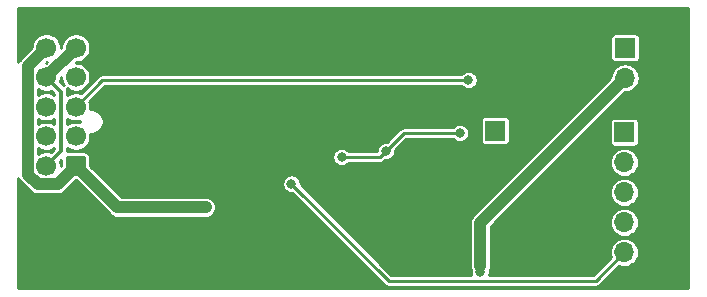
<source format=gbr>
G04 #@! TF.GenerationSoftware,KiCad,Pcbnew,5.1.0-unknown-e90452d~82~ubuntu18.04.1*
G04 #@! TF.CreationDate,2019-04-11T15:55:37-06:00*
G04 #@! TF.ProjectId,batteryMonitor,62617474-6572-4794-9d6f-6e69746f722e,rev?*
G04 #@! TF.SameCoordinates,Original*
G04 #@! TF.FileFunction,Copper,L2,Bot*
G04 #@! TF.FilePolarity,Positive*
%FSLAX46Y46*%
G04 Gerber Fmt 4.6, Leading zero omitted, Abs format (unit mm)*
G04 Created by KiCad (PCBNEW 5.1.0-unknown-e90452d~82~ubuntu18.04.1) date 2019-04-11 15:55:37*
%MOMM*%
%LPD*%
G04 APERTURE LIST*
%ADD10R,1.700000X1.700000*%
%ADD11O,1.700000X1.700000*%
%ADD12C,0.100000*%
%ADD13C,1.700000*%
%ADD14C,0.800000*%
%ADD15C,1.000000*%
%ADD16C,0.250000*%
%ADD17C,0.350000*%
%ADD18C,0.254000*%
G04 APERTURE END LIST*
D10*
X131000000Y-81000000D03*
X142000000Y-74000000D03*
D11*
X142000000Y-76540000D03*
D10*
X141931080Y-81141880D03*
D11*
X141931080Y-83681880D03*
X141931080Y-86221880D03*
X141931080Y-88761880D03*
X141931080Y-91301880D03*
D12*
G36*
X96126424Y-83137004D02*
G01*
X96150693Y-83140604D01*
X96174491Y-83146565D01*
X96197591Y-83154830D01*
X96219769Y-83165320D01*
X96240813Y-83177933D01*
X96260518Y-83192547D01*
X96278697Y-83209023D01*
X96295173Y-83227202D01*
X96309787Y-83246907D01*
X96322400Y-83267951D01*
X96332890Y-83290129D01*
X96341155Y-83313229D01*
X96347116Y-83337027D01*
X96350716Y-83361296D01*
X96351920Y-83385800D01*
X96351920Y-84585800D01*
X96350716Y-84610304D01*
X96347116Y-84634573D01*
X96341155Y-84658371D01*
X96332890Y-84681471D01*
X96322400Y-84703649D01*
X96309787Y-84724693D01*
X96295173Y-84744398D01*
X96278697Y-84762577D01*
X96260518Y-84779053D01*
X96240813Y-84793667D01*
X96219769Y-84806280D01*
X96197591Y-84816770D01*
X96174491Y-84825035D01*
X96150693Y-84830996D01*
X96126424Y-84834596D01*
X96101920Y-84835800D01*
X94901920Y-84835800D01*
X94877416Y-84834596D01*
X94853147Y-84830996D01*
X94829349Y-84825035D01*
X94806249Y-84816770D01*
X94784071Y-84806280D01*
X94763027Y-84793667D01*
X94743322Y-84779053D01*
X94725143Y-84762577D01*
X94708667Y-84744398D01*
X94694053Y-84724693D01*
X94681440Y-84703649D01*
X94670950Y-84681471D01*
X94662685Y-84658371D01*
X94656724Y-84634573D01*
X94653124Y-84610304D01*
X94651920Y-84585800D01*
X94651920Y-83385800D01*
X94653124Y-83361296D01*
X94656724Y-83337027D01*
X94662685Y-83313229D01*
X94670950Y-83290129D01*
X94681440Y-83267951D01*
X94694053Y-83246907D01*
X94708667Y-83227202D01*
X94725143Y-83209023D01*
X94743322Y-83192547D01*
X94763027Y-83177933D01*
X94784071Y-83165320D01*
X94806249Y-83154830D01*
X94829349Y-83146565D01*
X94853147Y-83140604D01*
X94877416Y-83137004D01*
X94901920Y-83135800D01*
X96101920Y-83135800D01*
X96126424Y-83137004D01*
X96126424Y-83137004D01*
G37*
D13*
X95501920Y-83985800D03*
X95501920Y-81485800D03*
X95501920Y-78985800D03*
X95501920Y-76485800D03*
X95501920Y-73985800D03*
X93001920Y-83985800D03*
X93001920Y-81485800D03*
X93001920Y-78985800D03*
X93001920Y-76485800D03*
X93001920Y-73985800D03*
D14*
X106500000Y-87500000D03*
X103000000Y-87500000D03*
X118000000Y-83250000D03*
X121750000Y-82750000D03*
X128000000Y-81224961D03*
X113750000Y-85500000D03*
X129750000Y-93000000D03*
X128737347Y-76737347D03*
D15*
X106500000Y-87500000D02*
X103000000Y-87500000D01*
X99016120Y-87500000D02*
X95501920Y-83985800D01*
X103000000Y-87500000D02*
X99016120Y-87500000D01*
X92257919Y-85535801D02*
X93951919Y-85535801D01*
X91451919Y-84729801D02*
X92257919Y-85535801D01*
X91451919Y-75535801D02*
X91451919Y-84729801D01*
X93951919Y-85535801D02*
X95501920Y-83985800D01*
X93001920Y-73985800D02*
X91451919Y-75535801D01*
D16*
X121250000Y-83250000D02*
X121750000Y-82750000D01*
X118000000Y-83250000D02*
X121250000Y-83250000D01*
X123275039Y-81224961D02*
X121750000Y-82750000D01*
X128000000Y-81224961D02*
X123275039Y-81224961D01*
X113750000Y-85500000D02*
X121975001Y-93725001D01*
X139507959Y-93725001D02*
X141931080Y-91301880D01*
X121975001Y-93725001D02*
X139507959Y-93725001D01*
D15*
X129750000Y-88790000D02*
X142000000Y-76540000D01*
X129750000Y-92500000D02*
X129750000Y-88790000D01*
D16*
X129750000Y-93000000D02*
X129750000Y-92500000D01*
D15*
X95501920Y-73985800D02*
X93001920Y-76485800D01*
D17*
X93851919Y-83135801D02*
X93001920Y-83985800D01*
X94226921Y-77710801D02*
X94226921Y-82760799D01*
X94226921Y-82760799D02*
X93851919Y-83135801D01*
X93001920Y-76485800D02*
X94226921Y-77710801D01*
D16*
X97750373Y-76737347D02*
X95501920Y-78985800D01*
X128737347Y-76737347D02*
X97750373Y-76737347D01*
D18*
G36*
X147369001Y-94369000D02*
G01*
X90631000Y-94369000D01*
X90631000Y-85058540D01*
X90634044Y-85068575D01*
X90715851Y-85221626D01*
X90757349Y-85272191D01*
X90825945Y-85355776D01*
X90859559Y-85383362D01*
X91604358Y-86128161D01*
X91631944Y-86161776D01*
X91697941Y-86215938D01*
X91766093Y-86271869D01*
X91819405Y-86300364D01*
X91919144Y-86353676D01*
X92085213Y-86404053D01*
X92214646Y-86416801D01*
X92214648Y-86416801D01*
X92257918Y-86421063D01*
X92301188Y-86416801D01*
X93908649Y-86416801D01*
X93951919Y-86421063D01*
X93995189Y-86416801D01*
X93995192Y-86416801D01*
X94124625Y-86404053D01*
X94290694Y-86353676D01*
X94443744Y-86271869D01*
X94577894Y-86161776D01*
X94605485Y-86128156D01*
X95501920Y-85231721D01*
X98362559Y-88092361D01*
X98390145Y-88125975D01*
X98423757Y-88153559D01*
X98524294Y-88236068D01*
X98552206Y-88250987D01*
X98677345Y-88317875D01*
X98843414Y-88368252D01*
X98972847Y-88381000D01*
X98972849Y-88381000D01*
X99016119Y-88385262D01*
X99059389Y-88381000D01*
X106543273Y-88381000D01*
X106672706Y-88368252D01*
X106838775Y-88317875D01*
X106991825Y-88236068D01*
X107125975Y-88125975D01*
X107236068Y-87991825D01*
X107317875Y-87838775D01*
X107368252Y-87672706D01*
X107385262Y-87500000D01*
X107368252Y-87327294D01*
X107317875Y-87161225D01*
X107236068Y-87008175D01*
X107125975Y-86874025D01*
X106991825Y-86763932D01*
X106838775Y-86682125D01*
X106672706Y-86631748D01*
X106543273Y-86619000D01*
X99381042Y-86619000D01*
X98185120Y-85423078D01*
X112969000Y-85423078D01*
X112969000Y-85576922D01*
X112999013Y-85727809D01*
X113057887Y-85869942D01*
X113143358Y-85997859D01*
X113252141Y-86106642D01*
X113380058Y-86192113D01*
X113522191Y-86250987D01*
X113673078Y-86281000D01*
X113815409Y-86281000D01*
X121599629Y-94065221D01*
X121615474Y-94084528D01*
X121692522Y-94147760D01*
X121780426Y-94194746D01*
X121875808Y-94223679D01*
X121950147Y-94231001D01*
X121950155Y-94231001D01*
X121975001Y-94233448D01*
X121999847Y-94231001D01*
X139483113Y-94231001D01*
X139507959Y-94233448D01*
X139532805Y-94231001D01*
X139532813Y-94231001D01*
X139607152Y-94223679D01*
X139702534Y-94194746D01*
X139790438Y-94147760D01*
X139867486Y-94084528D01*
X139883335Y-94065216D01*
X141493131Y-92455421D01*
X141689762Y-92515068D01*
X141870608Y-92532880D01*
X141991552Y-92532880D01*
X142172398Y-92515068D01*
X142404443Y-92444678D01*
X142618296Y-92330371D01*
X142805740Y-92176540D01*
X142959571Y-91989096D01*
X143073878Y-91775243D01*
X143144268Y-91543198D01*
X143168036Y-91301880D01*
X143144268Y-91060562D01*
X143073878Y-90828517D01*
X142959571Y-90614664D01*
X142805740Y-90427220D01*
X142618296Y-90273389D01*
X142404443Y-90159082D01*
X142172398Y-90088692D01*
X141991552Y-90070880D01*
X141870608Y-90070880D01*
X141689762Y-90088692D01*
X141457717Y-90159082D01*
X141243864Y-90273389D01*
X141056420Y-90427220D01*
X140902589Y-90614664D01*
X140788282Y-90828517D01*
X140717892Y-91060562D01*
X140694124Y-91301880D01*
X140717892Y-91543198D01*
X140777539Y-91739829D01*
X139298368Y-93219001D01*
X130502739Y-93219001D01*
X130531000Y-93076922D01*
X130531000Y-92923078D01*
X130528780Y-92911917D01*
X130567875Y-92838775D01*
X130618252Y-92672706D01*
X130631000Y-92543273D01*
X130631000Y-89154921D01*
X131024041Y-88761880D01*
X140694124Y-88761880D01*
X140717892Y-89003198D01*
X140788282Y-89235243D01*
X140902589Y-89449096D01*
X141056420Y-89636540D01*
X141243864Y-89790371D01*
X141457717Y-89904678D01*
X141689762Y-89975068D01*
X141870608Y-89992880D01*
X141991552Y-89992880D01*
X142172398Y-89975068D01*
X142404443Y-89904678D01*
X142618296Y-89790371D01*
X142805740Y-89636540D01*
X142959571Y-89449096D01*
X143073878Y-89235243D01*
X143144268Y-89003198D01*
X143168036Y-88761880D01*
X143144268Y-88520562D01*
X143073878Y-88288517D01*
X142959571Y-88074664D01*
X142805740Y-87887220D01*
X142618296Y-87733389D01*
X142404443Y-87619082D01*
X142172398Y-87548692D01*
X141991552Y-87530880D01*
X141870608Y-87530880D01*
X141689762Y-87548692D01*
X141457717Y-87619082D01*
X141243864Y-87733389D01*
X141056420Y-87887220D01*
X140902589Y-88074664D01*
X140788282Y-88288517D01*
X140717892Y-88520562D01*
X140694124Y-88761880D01*
X131024041Y-88761880D01*
X133564041Y-86221880D01*
X140694124Y-86221880D01*
X140717892Y-86463198D01*
X140788282Y-86695243D01*
X140902589Y-86909096D01*
X141056420Y-87096540D01*
X141243864Y-87250371D01*
X141457717Y-87364678D01*
X141689762Y-87435068D01*
X141870608Y-87452880D01*
X141991552Y-87452880D01*
X142172398Y-87435068D01*
X142404443Y-87364678D01*
X142618296Y-87250371D01*
X142805740Y-87096540D01*
X142959571Y-86909096D01*
X143073878Y-86695243D01*
X143144268Y-86463198D01*
X143168036Y-86221880D01*
X143144268Y-85980562D01*
X143073878Y-85748517D01*
X142959571Y-85534664D01*
X142805740Y-85347220D01*
X142618296Y-85193389D01*
X142404443Y-85079082D01*
X142172398Y-85008692D01*
X141991552Y-84990880D01*
X141870608Y-84990880D01*
X141689762Y-85008692D01*
X141457717Y-85079082D01*
X141243864Y-85193389D01*
X141056420Y-85347220D01*
X140902589Y-85534664D01*
X140788282Y-85748517D01*
X140717892Y-85980562D01*
X140694124Y-86221880D01*
X133564041Y-86221880D01*
X136104041Y-83681880D01*
X140694124Y-83681880D01*
X140717892Y-83923198D01*
X140788282Y-84155243D01*
X140902589Y-84369096D01*
X141056420Y-84556540D01*
X141243864Y-84710371D01*
X141457717Y-84824678D01*
X141689762Y-84895068D01*
X141870608Y-84912880D01*
X141991552Y-84912880D01*
X142172398Y-84895068D01*
X142404443Y-84824678D01*
X142618296Y-84710371D01*
X142805740Y-84556540D01*
X142959571Y-84369096D01*
X143073878Y-84155243D01*
X143144268Y-83923198D01*
X143168036Y-83681880D01*
X143144268Y-83440562D01*
X143073878Y-83208517D01*
X142959571Y-82994664D01*
X142805740Y-82807220D01*
X142618296Y-82653389D01*
X142404443Y-82539082D01*
X142172398Y-82468692D01*
X141991552Y-82450880D01*
X141870608Y-82450880D01*
X141689762Y-82468692D01*
X141457717Y-82539082D01*
X141243864Y-82653389D01*
X141056420Y-82807220D01*
X140902589Y-82994664D01*
X140788282Y-83208517D01*
X140717892Y-83440562D01*
X140694124Y-83681880D01*
X136104041Y-83681880D01*
X139494041Y-80291880D01*
X140698237Y-80291880D01*
X140698237Y-81991880D01*
X140705593Y-82066569D01*
X140727379Y-82138388D01*
X140762758Y-82204576D01*
X140810369Y-82262591D01*
X140868384Y-82310202D01*
X140934572Y-82345581D01*
X141006391Y-82367367D01*
X141081080Y-82374723D01*
X142781080Y-82374723D01*
X142855769Y-82367367D01*
X142927588Y-82345581D01*
X142993776Y-82310202D01*
X143051791Y-82262591D01*
X143099402Y-82204576D01*
X143134781Y-82138388D01*
X143156567Y-82066569D01*
X143163923Y-81991880D01*
X143163923Y-80291880D01*
X143156567Y-80217191D01*
X143134781Y-80145372D01*
X143099402Y-80079184D01*
X143051791Y-80021169D01*
X142993776Y-79973558D01*
X142927588Y-79938179D01*
X142855769Y-79916393D01*
X142781080Y-79909037D01*
X141081080Y-79909037D01*
X141006391Y-79916393D01*
X140934572Y-79938179D01*
X140868384Y-79973558D01*
X140810369Y-80021169D01*
X140762758Y-80079184D01*
X140727379Y-80145372D01*
X140705593Y-80217191D01*
X140698237Y-80291880D01*
X139494041Y-80291880D01*
X142014922Y-77771000D01*
X142060472Y-77771000D01*
X142241318Y-77753188D01*
X142473363Y-77682798D01*
X142687216Y-77568491D01*
X142874660Y-77414660D01*
X143028491Y-77227216D01*
X143142798Y-77013363D01*
X143213188Y-76781318D01*
X143236956Y-76540000D01*
X143213188Y-76298682D01*
X143142798Y-76066637D01*
X143028491Y-75852784D01*
X142874660Y-75665340D01*
X142687216Y-75511509D01*
X142473363Y-75397202D01*
X142241318Y-75326812D01*
X142060472Y-75309000D01*
X141939528Y-75309000D01*
X141758682Y-75326812D01*
X141526637Y-75397202D01*
X141312784Y-75511509D01*
X141125340Y-75665340D01*
X140971509Y-75852784D01*
X140857202Y-76066637D01*
X140786812Y-76298682D01*
X140764024Y-76530054D01*
X129157640Y-88136439D01*
X129124026Y-88164025D01*
X129096441Y-88197638D01*
X129013932Y-88298175D01*
X128932125Y-88451226D01*
X128881749Y-88617295D01*
X128864738Y-88790000D01*
X128869001Y-88833280D01*
X128869000Y-92543272D01*
X128881748Y-92672705D01*
X128932125Y-92838774D01*
X128971220Y-92911916D01*
X128969000Y-92923078D01*
X128969000Y-93076922D01*
X128997261Y-93219001D01*
X122184593Y-93219001D01*
X114531000Y-85565409D01*
X114531000Y-85423078D01*
X114500987Y-85272191D01*
X114442113Y-85130058D01*
X114356642Y-85002141D01*
X114247859Y-84893358D01*
X114119942Y-84807887D01*
X113977809Y-84749013D01*
X113826922Y-84719000D01*
X113673078Y-84719000D01*
X113522191Y-84749013D01*
X113380058Y-84807887D01*
X113252141Y-84893358D01*
X113143358Y-85002141D01*
X113057887Y-85130058D01*
X112999013Y-85272191D01*
X112969000Y-85423078D01*
X98185120Y-85423078D01*
X96734763Y-83972722D01*
X96734763Y-83385800D01*
X96722603Y-83262338D01*
X96695527Y-83173078D01*
X117219000Y-83173078D01*
X117219000Y-83326922D01*
X117249013Y-83477809D01*
X117307887Y-83619942D01*
X117393358Y-83747859D01*
X117502141Y-83856642D01*
X117630058Y-83942113D01*
X117772191Y-84000987D01*
X117923078Y-84031000D01*
X118076922Y-84031000D01*
X118227809Y-84000987D01*
X118369942Y-83942113D01*
X118497859Y-83856642D01*
X118598501Y-83756000D01*
X121225154Y-83756000D01*
X121250000Y-83758447D01*
X121274846Y-83756000D01*
X121274854Y-83756000D01*
X121349193Y-83748678D01*
X121444575Y-83719745D01*
X121532479Y-83672759D01*
X121609527Y-83609527D01*
X121625376Y-83590215D01*
X121684591Y-83531000D01*
X121826922Y-83531000D01*
X121977809Y-83500987D01*
X122119942Y-83442113D01*
X122247859Y-83356642D01*
X122356642Y-83247859D01*
X122442113Y-83119942D01*
X122500987Y-82977809D01*
X122531000Y-82826922D01*
X122531000Y-82684591D01*
X123484631Y-81730961D01*
X127401499Y-81730961D01*
X127502141Y-81831603D01*
X127630058Y-81917074D01*
X127772191Y-81975948D01*
X127923078Y-82005961D01*
X128076922Y-82005961D01*
X128227809Y-81975948D01*
X128369942Y-81917074D01*
X128497859Y-81831603D01*
X128606642Y-81722820D01*
X128692113Y-81594903D01*
X128750987Y-81452770D01*
X128781000Y-81301883D01*
X128781000Y-81148039D01*
X128750987Y-80997152D01*
X128692113Y-80855019D01*
X128606642Y-80727102D01*
X128497859Y-80618319D01*
X128369942Y-80532848D01*
X128227809Y-80473974D01*
X128076922Y-80443961D01*
X127923078Y-80443961D01*
X127772191Y-80473974D01*
X127630058Y-80532848D01*
X127502141Y-80618319D01*
X127401499Y-80718961D01*
X123299893Y-80718961D01*
X123275039Y-80716513D01*
X123250185Y-80718961D01*
X123175846Y-80726283D01*
X123080464Y-80755216D01*
X122992560Y-80802202D01*
X122915512Y-80865434D01*
X122899667Y-80884741D01*
X121815409Y-81969000D01*
X121673078Y-81969000D01*
X121522191Y-81999013D01*
X121380058Y-82057887D01*
X121252141Y-82143358D01*
X121143358Y-82252141D01*
X121057887Y-82380058D01*
X120999013Y-82522191D01*
X120969000Y-82673078D01*
X120969000Y-82744000D01*
X118598501Y-82744000D01*
X118497859Y-82643358D01*
X118369942Y-82557887D01*
X118227809Y-82499013D01*
X118076922Y-82469000D01*
X117923078Y-82469000D01*
X117772191Y-82499013D01*
X117630058Y-82557887D01*
X117502141Y-82643358D01*
X117393358Y-82752141D01*
X117307887Y-82880058D01*
X117249013Y-83022191D01*
X117219000Y-83173078D01*
X96695527Y-83173078D01*
X96686591Y-83143621D01*
X96628110Y-83034211D01*
X96549408Y-82938312D01*
X96453509Y-82859610D01*
X96344099Y-82801129D01*
X96225382Y-82765117D01*
X96101920Y-82752957D01*
X94901920Y-82752957D01*
X94785251Y-82764448D01*
X94785610Y-82760799D01*
X94782921Y-82733495D01*
X94782921Y-82485891D01*
X94918823Y-82576698D01*
X95142851Y-82669493D01*
X95380677Y-82716800D01*
X95623163Y-82716800D01*
X95860989Y-82669493D01*
X96085017Y-82576698D01*
X96286637Y-82441980D01*
X96458100Y-82270517D01*
X96592818Y-82068897D01*
X96685613Y-81844869D01*
X96732920Y-81607043D01*
X96732920Y-81364557D01*
X96712367Y-81261229D01*
X96740375Y-81266800D01*
X96943465Y-81266800D01*
X97142652Y-81227180D01*
X97330282Y-81149461D01*
X97499144Y-81036630D01*
X97642750Y-80893024D01*
X97755581Y-80724162D01*
X97833300Y-80536532D01*
X97872920Y-80337345D01*
X97872920Y-80150000D01*
X129767157Y-80150000D01*
X129767157Y-81850000D01*
X129774513Y-81924689D01*
X129796299Y-81996508D01*
X129831678Y-82062696D01*
X129879289Y-82120711D01*
X129937304Y-82168322D01*
X130003492Y-82203701D01*
X130075311Y-82225487D01*
X130150000Y-82232843D01*
X131850000Y-82232843D01*
X131924689Y-82225487D01*
X131996508Y-82203701D01*
X132062696Y-82168322D01*
X132120711Y-82120711D01*
X132168322Y-82062696D01*
X132203701Y-81996508D01*
X132225487Y-81924689D01*
X132232843Y-81850000D01*
X132232843Y-80150000D01*
X132225487Y-80075311D01*
X132203701Y-80003492D01*
X132168322Y-79937304D01*
X132120711Y-79879289D01*
X132062696Y-79831678D01*
X131996508Y-79796299D01*
X131924689Y-79774513D01*
X131850000Y-79767157D01*
X130150000Y-79767157D01*
X130075311Y-79774513D01*
X130003492Y-79796299D01*
X129937304Y-79831678D01*
X129879289Y-79879289D01*
X129831678Y-79937304D01*
X129796299Y-80003492D01*
X129774513Y-80075311D01*
X129767157Y-80150000D01*
X97872920Y-80150000D01*
X97872920Y-80134255D01*
X97833300Y-79935068D01*
X97755581Y-79747438D01*
X97642750Y-79578576D01*
X97499144Y-79434970D01*
X97330282Y-79322139D01*
X97142652Y-79244420D01*
X96943465Y-79204800D01*
X96740375Y-79204800D01*
X96712367Y-79210371D01*
X96732920Y-79107043D01*
X96732920Y-78864557D01*
X96685613Y-78626731D01*
X96653678Y-78549633D01*
X97959965Y-77243347D01*
X128138846Y-77243347D01*
X128239488Y-77343989D01*
X128367405Y-77429460D01*
X128509538Y-77488334D01*
X128660425Y-77518347D01*
X128814269Y-77518347D01*
X128965156Y-77488334D01*
X129107289Y-77429460D01*
X129235206Y-77343989D01*
X129343989Y-77235206D01*
X129429460Y-77107289D01*
X129488334Y-76965156D01*
X129518347Y-76814269D01*
X129518347Y-76660425D01*
X129488334Y-76509538D01*
X129429460Y-76367405D01*
X129343989Y-76239488D01*
X129235206Y-76130705D01*
X129107289Y-76045234D01*
X128965156Y-75986360D01*
X128814269Y-75956347D01*
X128660425Y-75956347D01*
X128509538Y-75986360D01*
X128367405Y-76045234D01*
X128239488Y-76130705D01*
X128138846Y-76231347D01*
X97775227Y-76231347D01*
X97750373Y-76228899D01*
X97725519Y-76231347D01*
X97651180Y-76238669D01*
X97555798Y-76267602D01*
X97467894Y-76314588D01*
X97390846Y-76377820D01*
X97375001Y-76397127D01*
X95938087Y-77834042D01*
X95860989Y-77802107D01*
X95623163Y-77754800D01*
X95380677Y-77754800D01*
X95142851Y-77802107D01*
X94918823Y-77894902D01*
X94782921Y-77985709D01*
X94782921Y-77738105D01*
X94785610Y-77710800D01*
X94782921Y-77683496D01*
X94782921Y-77683489D01*
X94774876Y-77601806D01*
X94743083Y-77497000D01*
X94709623Y-77434400D01*
X94717203Y-77441980D01*
X94918823Y-77576698D01*
X95142851Y-77669493D01*
X95380677Y-77716800D01*
X95623163Y-77716800D01*
X95860989Y-77669493D01*
X96085017Y-77576698D01*
X96286637Y-77441980D01*
X96458100Y-77270517D01*
X96592818Y-77068897D01*
X96685613Y-76844869D01*
X96732920Y-76607043D01*
X96732920Y-76364557D01*
X96685613Y-76126731D01*
X96592818Y-75902703D01*
X96458100Y-75701083D01*
X96286637Y-75529620D01*
X96085017Y-75394902D01*
X95860989Y-75302107D01*
X95623163Y-75254800D01*
X95478842Y-75254800D01*
X95516842Y-75216800D01*
X95623163Y-75216800D01*
X95860989Y-75169493D01*
X96085017Y-75076698D01*
X96286637Y-74941980D01*
X96458100Y-74770517D01*
X96592818Y-74568897D01*
X96685613Y-74344869D01*
X96732920Y-74107043D01*
X96732920Y-73864557D01*
X96685613Y-73626731D01*
X96592818Y-73402703D01*
X96458100Y-73201083D01*
X96407017Y-73150000D01*
X140767157Y-73150000D01*
X140767157Y-74850000D01*
X140774513Y-74924689D01*
X140796299Y-74996508D01*
X140831678Y-75062696D01*
X140879289Y-75120711D01*
X140937304Y-75168322D01*
X141003492Y-75203701D01*
X141075311Y-75225487D01*
X141150000Y-75232843D01*
X142850000Y-75232843D01*
X142924689Y-75225487D01*
X142996508Y-75203701D01*
X143062696Y-75168322D01*
X143120711Y-75120711D01*
X143168322Y-75062696D01*
X143203701Y-74996508D01*
X143225487Y-74924689D01*
X143232843Y-74850000D01*
X143232843Y-73150000D01*
X143225487Y-73075311D01*
X143203701Y-73003492D01*
X143168322Y-72937304D01*
X143120711Y-72879289D01*
X143062696Y-72831678D01*
X142996508Y-72796299D01*
X142924689Y-72774513D01*
X142850000Y-72767157D01*
X141150000Y-72767157D01*
X141075311Y-72774513D01*
X141003492Y-72796299D01*
X140937304Y-72831678D01*
X140879289Y-72879289D01*
X140831678Y-72937304D01*
X140796299Y-73003492D01*
X140774513Y-73075311D01*
X140767157Y-73150000D01*
X96407017Y-73150000D01*
X96286637Y-73029620D01*
X96085017Y-72894902D01*
X95860989Y-72802107D01*
X95623163Y-72754800D01*
X95380677Y-72754800D01*
X95142851Y-72802107D01*
X94918823Y-72894902D01*
X94717203Y-73029620D01*
X94545740Y-73201083D01*
X94411022Y-73402703D01*
X94318227Y-73626731D01*
X94270920Y-73864557D01*
X94270920Y-73970878D01*
X94232920Y-74008878D01*
X94232920Y-73864557D01*
X94185613Y-73626731D01*
X94092818Y-73402703D01*
X93958100Y-73201083D01*
X93786637Y-73029620D01*
X93585017Y-72894902D01*
X93360989Y-72802107D01*
X93123163Y-72754800D01*
X92880677Y-72754800D01*
X92642851Y-72802107D01*
X92418823Y-72894902D01*
X92217203Y-73029620D01*
X92045740Y-73201083D01*
X91911022Y-73402703D01*
X91818227Y-73626731D01*
X91770920Y-73864557D01*
X91770920Y-73970878D01*
X90859564Y-74882235D01*
X90825944Y-74909826D01*
X90754807Y-74996508D01*
X90715851Y-75043976D01*
X90705845Y-75062696D01*
X90634044Y-75197027D01*
X90631000Y-75207062D01*
X90631000Y-70631000D01*
X147369000Y-70631000D01*
X147369001Y-94369000D01*
X147369001Y-94369000D01*
G37*
X147369001Y-94369000D02*
X90631000Y-94369000D01*
X90631000Y-85058540D01*
X90634044Y-85068575D01*
X90715851Y-85221626D01*
X90757349Y-85272191D01*
X90825945Y-85355776D01*
X90859559Y-85383362D01*
X91604358Y-86128161D01*
X91631944Y-86161776D01*
X91697941Y-86215938D01*
X91766093Y-86271869D01*
X91819405Y-86300364D01*
X91919144Y-86353676D01*
X92085213Y-86404053D01*
X92214646Y-86416801D01*
X92214648Y-86416801D01*
X92257918Y-86421063D01*
X92301188Y-86416801D01*
X93908649Y-86416801D01*
X93951919Y-86421063D01*
X93995189Y-86416801D01*
X93995192Y-86416801D01*
X94124625Y-86404053D01*
X94290694Y-86353676D01*
X94443744Y-86271869D01*
X94577894Y-86161776D01*
X94605485Y-86128156D01*
X95501920Y-85231721D01*
X98362559Y-88092361D01*
X98390145Y-88125975D01*
X98423757Y-88153559D01*
X98524294Y-88236068D01*
X98552206Y-88250987D01*
X98677345Y-88317875D01*
X98843414Y-88368252D01*
X98972847Y-88381000D01*
X98972849Y-88381000D01*
X99016119Y-88385262D01*
X99059389Y-88381000D01*
X106543273Y-88381000D01*
X106672706Y-88368252D01*
X106838775Y-88317875D01*
X106991825Y-88236068D01*
X107125975Y-88125975D01*
X107236068Y-87991825D01*
X107317875Y-87838775D01*
X107368252Y-87672706D01*
X107385262Y-87500000D01*
X107368252Y-87327294D01*
X107317875Y-87161225D01*
X107236068Y-87008175D01*
X107125975Y-86874025D01*
X106991825Y-86763932D01*
X106838775Y-86682125D01*
X106672706Y-86631748D01*
X106543273Y-86619000D01*
X99381042Y-86619000D01*
X98185120Y-85423078D01*
X112969000Y-85423078D01*
X112969000Y-85576922D01*
X112999013Y-85727809D01*
X113057887Y-85869942D01*
X113143358Y-85997859D01*
X113252141Y-86106642D01*
X113380058Y-86192113D01*
X113522191Y-86250987D01*
X113673078Y-86281000D01*
X113815409Y-86281000D01*
X121599629Y-94065221D01*
X121615474Y-94084528D01*
X121692522Y-94147760D01*
X121780426Y-94194746D01*
X121875808Y-94223679D01*
X121950147Y-94231001D01*
X121950155Y-94231001D01*
X121975001Y-94233448D01*
X121999847Y-94231001D01*
X139483113Y-94231001D01*
X139507959Y-94233448D01*
X139532805Y-94231001D01*
X139532813Y-94231001D01*
X139607152Y-94223679D01*
X139702534Y-94194746D01*
X139790438Y-94147760D01*
X139867486Y-94084528D01*
X139883335Y-94065216D01*
X141493131Y-92455421D01*
X141689762Y-92515068D01*
X141870608Y-92532880D01*
X141991552Y-92532880D01*
X142172398Y-92515068D01*
X142404443Y-92444678D01*
X142618296Y-92330371D01*
X142805740Y-92176540D01*
X142959571Y-91989096D01*
X143073878Y-91775243D01*
X143144268Y-91543198D01*
X143168036Y-91301880D01*
X143144268Y-91060562D01*
X143073878Y-90828517D01*
X142959571Y-90614664D01*
X142805740Y-90427220D01*
X142618296Y-90273389D01*
X142404443Y-90159082D01*
X142172398Y-90088692D01*
X141991552Y-90070880D01*
X141870608Y-90070880D01*
X141689762Y-90088692D01*
X141457717Y-90159082D01*
X141243864Y-90273389D01*
X141056420Y-90427220D01*
X140902589Y-90614664D01*
X140788282Y-90828517D01*
X140717892Y-91060562D01*
X140694124Y-91301880D01*
X140717892Y-91543198D01*
X140777539Y-91739829D01*
X139298368Y-93219001D01*
X130502739Y-93219001D01*
X130531000Y-93076922D01*
X130531000Y-92923078D01*
X130528780Y-92911917D01*
X130567875Y-92838775D01*
X130618252Y-92672706D01*
X130631000Y-92543273D01*
X130631000Y-89154921D01*
X131024041Y-88761880D01*
X140694124Y-88761880D01*
X140717892Y-89003198D01*
X140788282Y-89235243D01*
X140902589Y-89449096D01*
X141056420Y-89636540D01*
X141243864Y-89790371D01*
X141457717Y-89904678D01*
X141689762Y-89975068D01*
X141870608Y-89992880D01*
X141991552Y-89992880D01*
X142172398Y-89975068D01*
X142404443Y-89904678D01*
X142618296Y-89790371D01*
X142805740Y-89636540D01*
X142959571Y-89449096D01*
X143073878Y-89235243D01*
X143144268Y-89003198D01*
X143168036Y-88761880D01*
X143144268Y-88520562D01*
X143073878Y-88288517D01*
X142959571Y-88074664D01*
X142805740Y-87887220D01*
X142618296Y-87733389D01*
X142404443Y-87619082D01*
X142172398Y-87548692D01*
X141991552Y-87530880D01*
X141870608Y-87530880D01*
X141689762Y-87548692D01*
X141457717Y-87619082D01*
X141243864Y-87733389D01*
X141056420Y-87887220D01*
X140902589Y-88074664D01*
X140788282Y-88288517D01*
X140717892Y-88520562D01*
X140694124Y-88761880D01*
X131024041Y-88761880D01*
X133564041Y-86221880D01*
X140694124Y-86221880D01*
X140717892Y-86463198D01*
X140788282Y-86695243D01*
X140902589Y-86909096D01*
X141056420Y-87096540D01*
X141243864Y-87250371D01*
X141457717Y-87364678D01*
X141689762Y-87435068D01*
X141870608Y-87452880D01*
X141991552Y-87452880D01*
X142172398Y-87435068D01*
X142404443Y-87364678D01*
X142618296Y-87250371D01*
X142805740Y-87096540D01*
X142959571Y-86909096D01*
X143073878Y-86695243D01*
X143144268Y-86463198D01*
X143168036Y-86221880D01*
X143144268Y-85980562D01*
X143073878Y-85748517D01*
X142959571Y-85534664D01*
X142805740Y-85347220D01*
X142618296Y-85193389D01*
X142404443Y-85079082D01*
X142172398Y-85008692D01*
X141991552Y-84990880D01*
X141870608Y-84990880D01*
X141689762Y-85008692D01*
X141457717Y-85079082D01*
X141243864Y-85193389D01*
X141056420Y-85347220D01*
X140902589Y-85534664D01*
X140788282Y-85748517D01*
X140717892Y-85980562D01*
X140694124Y-86221880D01*
X133564041Y-86221880D01*
X136104041Y-83681880D01*
X140694124Y-83681880D01*
X140717892Y-83923198D01*
X140788282Y-84155243D01*
X140902589Y-84369096D01*
X141056420Y-84556540D01*
X141243864Y-84710371D01*
X141457717Y-84824678D01*
X141689762Y-84895068D01*
X141870608Y-84912880D01*
X141991552Y-84912880D01*
X142172398Y-84895068D01*
X142404443Y-84824678D01*
X142618296Y-84710371D01*
X142805740Y-84556540D01*
X142959571Y-84369096D01*
X143073878Y-84155243D01*
X143144268Y-83923198D01*
X143168036Y-83681880D01*
X143144268Y-83440562D01*
X143073878Y-83208517D01*
X142959571Y-82994664D01*
X142805740Y-82807220D01*
X142618296Y-82653389D01*
X142404443Y-82539082D01*
X142172398Y-82468692D01*
X141991552Y-82450880D01*
X141870608Y-82450880D01*
X141689762Y-82468692D01*
X141457717Y-82539082D01*
X141243864Y-82653389D01*
X141056420Y-82807220D01*
X140902589Y-82994664D01*
X140788282Y-83208517D01*
X140717892Y-83440562D01*
X140694124Y-83681880D01*
X136104041Y-83681880D01*
X139494041Y-80291880D01*
X140698237Y-80291880D01*
X140698237Y-81991880D01*
X140705593Y-82066569D01*
X140727379Y-82138388D01*
X140762758Y-82204576D01*
X140810369Y-82262591D01*
X140868384Y-82310202D01*
X140934572Y-82345581D01*
X141006391Y-82367367D01*
X141081080Y-82374723D01*
X142781080Y-82374723D01*
X142855769Y-82367367D01*
X142927588Y-82345581D01*
X142993776Y-82310202D01*
X143051791Y-82262591D01*
X143099402Y-82204576D01*
X143134781Y-82138388D01*
X143156567Y-82066569D01*
X143163923Y-81991880D01*
X143163923Y-80291880D01*
X143156567Y-80217191D01*
X143134781Y-80145372D01*
X143099402Y-80079184D01*
X143051791Y-80021169D01*
X142993776Y-79973558D01*
X142927588Y-79938179D01*
X142855769Y-79916393D01*
X142781080Y-79909037D01*
X141081080Y-79909037D01*
X141006391Y-79916393D01*
X140934572Y-79938179D01*
X140868384Y-79973558D01*
X140810369Y-80021169D01*
X140762758Y-80079184D01*
X140727379Y-80145372D01*
X140705593Y-80217191D01*
X140698237Y-80291880D01*
X139494041Y-80291880D01*
X142014922Y-77771000D01*
X142060472Y-77771000D01*
X142241318Y-77753188D01*
X142473363Y-77682798D01*
X142687216Y-77568491D01*
X142874660Y-77414660D01*
X143028491Y-77227216D01*
X143142798Y-77013363D01*
X143213188Y-76781318D01*
X143236956Y-76540000D01*
X143213188Y-76298682D01*
X143142798Y-76066637D01*
X143028491Y-75852784D01*
X142874660Y-75665340D01*
X142687216Y-75511509D01*
X142473363Y-75397202D01*
X142241318Y-75326812D01*
X142060472Y-75309000D01*
X141939528Y-75309000D01*
X141758682Y-75326812D01*
X141526637Y-75397202D01*
X141312784Y-75511509D01*
X141125340Y-75665340D01*
X140971509Y-75852784D01*
X140857202Y-76066637D01*
X140786812Y-76298682D01*
X140764024Y-76530054D01*
X129157640Y-88136439D01*
X129124026Y-88164025D01*
X129096441Y-88197638D01*
X129013932Y-88298175D01*
X128932125Y-88451226D01*
X128881749Y-88617295D01*
X128864738Y-88790000D01*
X128869001Y-88833280D01*
X128869000Y-92543272D01*
X128881748Y-92672705D01*
X128932125Y-92838774D01*
X128971220Y-92911916D01*
X128969000Y-92923078D01*
X128969000Y-93076922D01*
X128997261Y-93219001D01*
X122184593Y-93219001D01*
X114531000Y-85565409D01*
X114531000Y-85423078D01*
X114500987Y-85272191D01*
X114442113Y-85130058D01*
X114356642Y-85002141D01*
X114247859Y-84893358D01*
X114119942Y-84807887D01*
X113977809Y-84749013D01*
X113826922Y-84719000D01*
X113673078Y-84719000D01*
X113522191Y-84749013D01*
X113380058Y-84807887D01*
X113252141Y-84893358D01*
X113143358Y-85002141D01*
X113057887Y-85130058D01*
X112999013Y-85272191D01*
X112969000Y-85423078D01*
X98185120Y-85423078D01*
X96734763Y-83972722D01*
X96734763Y-83385800D01*
X96722603Y-83262338D01*
X96695527Y-83173078D01*
X117219000Y-83173078D01*
X117219000Y-83326922D01*
X117249013Y-83477809D01*
X117307887Y-83619942D01*
X117393358Y-83747859D01*
X117502141Y-83856642D01*
X117630058Y-83942113D01*
X117772191Y-84000987D01*
X117923078Y-84031000D01*
X118076922Y-84031000D01*
X118227809Y-84000987D01*
X118369942Y-83942113D01*
X118497859Y-83856642D01*
X118598501Y-83756000D01*
X121225154Y-83756000D01*
X121250000Y-83758447D01*
X121274846Y-83756000D01*
X121274854Y-83756000D01*
X121349193Y-83748678D01*
X121444575Y-83719745D01*
X121532479Y-83672759D01*
X121609527Y-83609527D01*
X121625376Y-83590215D01*
X121684591Y-83531000D01*
X121826922Y-83531000D01*
X121977809Y-83500987D01*
X122119942Y-83442113D01*
X122247859Y-83356642D01*
X122356642Y-83247859D01*
X122442113Y-83119942D01*
X122500987Y-82977809D01*
X122531000Y-82826922D01*
X122531000Y-82684591D01*
X123484631Y-81730961D01*
X127401499Y-81730961D01*
X127502141Y-81831603D01*
X127630058Y-81917074D01*
X127772191Y-81975948D01*
X127923078Y-82005961D01*
X128076922Y-82005961D01*
X128227809Y-81975948D01*
X128369942Y-81917074D01*
X128497859Y-81831603D01*
X128606642Y-81722820D01*
X128692113Y-81594903D01*
X128750987Y-81452770D01*
X128781000Y-81301883D01*
X128781000Y-81148039D01*
X128750987Y-80997152D01*
X128692113Y-80855019D01*
X128606642Y-80727102D01*
X128497859Y-80618319D01*
X128369942Y-80532848D01*
X128227809Y-80473974D01*
X128076922Y-80443961D01*
X127923078Y-80443961D01*
X127772191Y-80473974D01*
X127630058Y-80532848D01*
X127502141Y-80618319D01*
X127401499Y-80718961D01*
X123299893Y-80718961D01*
X123275039Y-80716513D01*
X123250185Y-80718961D01*
X123175846Y-80726283D01*
X123080464Y-80755216D01*
X122992560Y-80802202D01*
X122915512Y-80865434D01*
X122899667Y-80884741D01*
X121815409Y-81969000D01*
X121673078Y-81969000D01*
X121522191Y-81999013D01*
X121380058Y-82057887D01*
X121252141Y-82143358D01*
X121143358Y-82252141D01*
X121057887Y-82380058D01*
X120999013Y-82522191D01*
X120969000Y-82673078D01*
X120969000Y-82744000D01*
X118598501Y-82744000D01*
X118497859Y-82643358D01*
X118369942Y-82557887D01*
X118227809Y-82499013D01*
X118076922Y-82469000D01*
X117923078Y-82469000D01*
X117772191Y-82499013D01*
X117630058Y-82557887D01*
X117502141Y-82643358D01*
X117393358Y-82752141D01*
X117307887Y-82880058D01*
X117249013Y-83022191D01*
X117219000Y-83173078D01*
X96695527Y-83173078D01*
X96686591Y-83143621D01*
X96628110Y-83034211D01*
X96549408Y-82938312D01*
X96453509Y-82859610D01*
X96344099Y-82801129D01*
X96225382Y-82765117D01*
X96101920Y-82752957D01*
X94901920Y-82752957D01*
X94785251Y-82764448D01*
X94785610Y-82760799D01*
X94782921Y-82733495D01*
X94782921Y-82485891D01*
X94918823Y-82576698D01*
X95142851Y-82669493D01*
X95380677Y-82716800D01*
X95623163Y-82716800D01*
X95860989Y-82669493D01*
X96085017Y-82576698D01*
X96286637Y-82441980D01*
X96458100Y-82270517D01*
X96592818Y-82068897D01*
X96685613Y-81844869D01*
X96732920Y-81607043D01*
X96732920Y-81364557D01*
X96712367Y-81261229D01*
X96740375Y-81266800D01*
X96943465Y-81266800D01*
X97142652Y-81227180D01*
X97330282Y-81149461D01*
X97499144Y-81036630D01*
X97642750Y-80893024D01*
X97755581Y-80724162D01*
X97833300Y-80536532D01*
X97872920Y-80337345D01*
X97872920Y-80150000D01*
X129767157Y-80150000D01*
X129767157Y-81850000D01*
X129774513Y-81924689D01*
X129796299Y-81996508D01*
X129831678Y-82062696D01*
X129879289Y-82120711D01*
X129937304Y-82168322D01*
X130003492Y-82203701D01*
X130075311Y-82225487D01*
X130150000Y-82232843D01*
X131850000Y-82232843D01*
X131924689Y-82225487D01*
X131996508Y-82203701D01*
X132062696Y-82168322D01*
X132120711Y-82120711D01*
X132168322Y-82062696D01*
X132203701Y-81996508D01*
X132225487Y-81924689D01*
X132232843Y-81850000D01*
X132232843Y-80150000D01*
X132225487Y-80075311D01*
X132203701Y-80003492D01*
X132168322Y-79937304D01*
X132120711Y-79879289D01*
X132062696Y-79831678D01*
X131996508Y-79796299D01*
X131924689Y-79774513D01*
X131850000Y-79767157D01*
X130150000Y-79767157D01*
X130075311Y-79774513D01*
X130003492Y-79796299D01*
X129937304Y-79831678D01*
X129879289Y-79879289D01*
X129831678Y-79937304D01*
X129796299Y-80003492D01*
X129774513Y-80075311D01*
X129767157Y-80150000D01*
X97872920Y-80150000D01*
X97872920Y-80134255D01*
X97833300Y-79935068D01*
X97755581Y-79747438D01*
X97642750Y-79578576D01*
X97499144Y-79434970D01*
X97330282Y-79322139D01*
X97142652Y-79244420D01*
X96943465Y-79204800D01*
X96740375Y-79204800D01*
X96712367Y-79210371D01*
X96732920Y-79107043D01*
X96732920Y-78864557D01*
X96685613Y-78626731D01*
X96653678Y-78549633D01*
X97959965Y-77243347D01*
X128138846Y-77243347D01*
X128239488Y-77343989D01*
X128367405Y-77429460D01*
X128509538Y-77488334D01*
X128660425Y-77518347D01*
X128814269Y-77518347D01*
X128965156Y-77488334D01*
X129107289Y-77429460D01*
X129235206Y-77343989D01*
X129343989Y-77235206D01*
X129429460Y-77107289D01*
X129488334Y-76965156D01*
X129518347Y-76814269D01*
X129518347Y-76660425D01*
X129488334Y-76509538D01*
X129429460Y-76367405D01*
X129343989Y-76239488D01*
X129235206Y-76130705D01*
X129107289Y-76045234D01*
X128965156Y-75986360D01*
X128814269Y-75956347D01*
X128660425Y-75956347D01*
X128509538Y-75986360D01*
X128367405Y-76045234D01*
X128239488Y-76130705D01*
X128138846Y-76231347D01*
X97775227Y-76231347D01*
X97750373Y-76228899D01*
X97725519Y-76231347D01*
X97651180Y-76238669D01*
X97555798Y-76267602D01*
X97467894Y-76314588D01*
X97390846Y-76377820D01*
X97375001Y-76397127D01*
X95938087Y-77834042D01*
X95860989Y-77802107D01*
X95623163Y-77754800D01*
X95380677Y-77754800D01*
X95142851Y-77802107D01*
X94918823Y-77894902D01*
X94782921Y-77985709D01*
X94782921Y-77738105D01*
X94785610Y-77710800D01*
X94782921Y-77683496D01*
X94782921Y-77683489D01*
X94774876Y-77601806D01*
X94743083Y-77497000D01*
X94709623Y-77434400D01*
X94717203Y-77441980D01*
X94918823Y-77576698D01*
X95142851Y-77669493D01*
X95380677Y-77716800D01*
X95623163Y-77716800D01*
X95860989Y-77669493D01*
X96085017Y-77576698D01*
X96286637Y-77441980D01*
X96458100Y-77270517D01*
X96592818Y-77068897D01*
X96685613Y-76844869D01*
X96732920Y-76607043D01*
X96732920Y-76364557D01*
X96685613Y-76126731D01*
X96592818Y-75902703D01*
X96458100Y-75701083D01*
X96286637Y-75529620D01*
X96085017Y-75394902D01*
X95860989Y-75302107D01*
X95623163Y-75254800D01*
X95478842Y-75254800D01*
X95516842Y-75216800D01*
X95623163Y-75216800D01*
X95860989Y-75169493D01*
X96085017Y-75076698D01*
X96286637Y-74941980D01*
X96458100Y-74770517D01*
X96592818Y-74568897D01*
X96685613Y-74344869D01*
X96732920Y-74107043D01*
X96732920Y-73864557D01*
X96685613Y-73626731D01*
X96592818Y-73402703D01*
X96458100Y-73201083D01*
X96407017Y-73150000D01*
X140767157Y-73150000D01*
X140767157Y-74850000D01*
X140774513Y-74924689D01*
X140796299Y-74996508D01*
X140831678Y-75062696D01*
X140879289Y-75120711D01*
X140937304Y-75168322D01*
X141003492Y-75203701D01*
X141075311Y-75225487D01*
X141150000Y-75232843D01*
X142850000Y-75232843D01*
X142924689Y-75225487D01*
X142996508Y-75203701D01*
X143062696Y-75168322D01*
X143120711Y-75120711D01*
X143168322Y-75062696D01*
X143203701Y-74996508D01*
X143225487Y-74924689D01*
X143232843Y-74850000D01*
X143232843Y-73150000D01*
X143225487Y-73075311D01*
X143203701Y-73003492D01*
X143168322Y-72937304D01*
X143120711Y-72879289D01*
X143062696Y-72831678D01*
X142996508Y-72796299D01*
X142924689Y-72774513D01*
X142850000Y-72767157D01*
X141150000Y-72767157D01*
X141075311Y-72774513D01*
X141003492Y-72796299D01*
X140937304Y-72831678D01*
X140879289Y-72879289D01*
X140831678Y-72937304D01*
X140796299Y-73003492D01*
X140774513Y-73075311D01*
X140767157Y-73150000D01*
X96407017Y-73150000D01*
X96286637Y-73029620D01*
X96085017Y-72894902D01*
X95860989Y-72802107D01*
X95623163Y-72754800D01*
X95380677Y-72754800D01*
X95142851Y-72802107D01*
X94918823Y-72894902D01*
X94717203Y-73029620D01*
X94545740Y-73201083D01*
X94411022Y-73402703D01*
X94318227Y-73626731D01*
X94270920Y-73864557D01*
X94270920Y-73970878D01*
X94232920Y-74008878D01*
X94232920Y-73864557D01*
X94185613Y-73626731D01*
X94092818Y-73402703D01*
X93958100Y-73201083D01*
X93786637Y-73029620D01*
X93585017Y-72894902D01*
X93360989Y-72802107D01*
X93123163Y-72754800D01*
X92880677Y-72754800D01*
X92642851Y-72802107D01*
X92418823Y-72894902D01*
X92217203Y-73029620D01*
X92045740Y-73201083D01*
X91911022Y-73402703D01*
X91818227Y-73626731D01*
X91770920Y-73864557D01*
X91770920Y-73970878D01*
X90859564Y-74882235D01*
X90825944Y-74909826D01*
X90754807Y-74996508D01*
X90715851Y-75043976D01*
X90705845Y-75062696D01*
X90634044Y-75197027D01*
X90631000Y-75207062D01*
X90631000Y-70631000D01*
X147369000Y-70631000D01*
X147369001Y-94369000D01*
G36*
X94269077Y-83972721D02*
G01*
X94232920Y-84008878D01*
X94232920Y-83864557D01*
X94185613Y-83626731D01*
X94174389Y-83599633D01*
X94264382Y-83509640D01*
X94264386Y-83509635D01*
X94269077Y-83504944D01*
X94269077Y-83972721D01*
X94269077Y-83972721D01*
G37*
X94269077Y-83972721D02*
X94232920Y-84008878D01*
X94232920Y-83864557D01*
X94185613Y-83626731D01*
X94174389Y-83599633D01*
X94264382Y-83509640D01*
X94264386Y-83509635D01*
X94269077Y-83504944D01*
X94269077Y-83972721D01*
G36*
X93670922Y-82530496D02*
G01*
X93478085Y-82723334D01*
X93478080Y-82723338D01*
X93388087Y-82813331D01*
X93360989Y-82802107D01*
X93123163Y-82754800D01*
X92880677Y-82754800D01*
X92642851Y-82802107D01*
X92418823Y-82894902D01*
X92332919Y-82952301D01*
X92332919Y-82519299D01*
X92418823Y-82576698D01*
X92642851Y-82669493D01*
X92880677Y-82716800D01*
X93123163Y-82716800D01*
X93360989Y-82669493D01*
X93585017Y-82576698D01*
X93670922Y-82519298D01*
X93670922Y-82530496D01*
X93670922Y-82530496D01*
G37*
X93670922Y-82530496D02*
X93478085Y-82723334D01*
X93478080Y-82723338D01*
X93388087Y-82813331D01*
X93360989Y-82802107D01*
X93123163Y-82754800D01*
X92880677Y-82754800D01*
X92642851Y-82802107D01*
X92418823Y-82894902D01*
X92332919Y-82952301D01*
X92332919Y-82519299D01*
X92418823Y-82576698D01*
X92642851Y-82669493D01*
X92880677Y-82716800D01*
X93123163Y-82716800D01*
X93360989Y-82669493D01*
X93585017Y-82576698D01*
X93670922Y-82519298D01*
X93670922Y-82530496D01*
G36*
X94918823Y-80076698D02*
G01*
X95142851Y-80169493D01*
X95380677Y-80216800D01*
X95623163Y-80216800D01*
X95810920Y-80179452D01*
X95810920Y-80292148D01*
X95623163Y-80254800D01*
X95380677Y-80254800D01*
X95142851Y-80302107D01*
X94918823Y-80394902D01*
X94782921Y-80485709D01*
X94782921Y-79985891D01*
X94918823Y-80076698D01*
X94918823Y-80076698D01*
G37*
X94918823Y-80076698D02*
X95142851Y-80169493D01*
X95380677Y-80216800D01*
X95623163Y-80216800D01*
X95810920Y-80179452D01*
X95810920Y-80292148D01*
X95623163Y-80254800D01*
X95380677Y-80254800D01*
X95142851Y-80302107D01*
X94918823Y-80394902D01*
X94782921Y-80485709D01*
X94782921Y-79985891D01*
X94918823Y-80076698D01*
G36*
X93670922Y-80452302D02*
G01*
X93585017Y-80394902D01*
X93360989Y-80302107D01*
X93123163Y-80254800D01*
X92880677Y-80254800D01*
X92642851Y-80302107D01*
X92418823Y-80394902D01*
X92332919Y-80452301D01*
X92332919Y-80019299D01*
X92418823Y-80076698D01*
X92642851Y-80169493D01*
X92880677Y-80216800D01*
X93123163Y-80216800D01*
X93360989Y-80169493D01*
X93585017Y-80076698D01*
X93670921Y-80019299D01*
X93670922Y-80452302D01*
X93670922Y-80452302D01*
G37*
X93670922Y-80452302D02*
X93585017Y-80394902D01*
X93360989Y-80302107D01*
X93123163Y-80254800D01*
X92880677Y-80254800D01*
X92642851Y-80302107D01*
X92418823Y-80394902D01*
X92332919Y-80452301D01*
X92332919Y-80019299D01*
X92418823Y-80076698D01*
X92642851Y-80169493D01*
X92880677Y-80216800D01*
X93123163Y-80216800D01*
X93360989Y-80169493D01*
X93585017Y-80076698D01*
X93670921Y-80019299D01*
X93670922Y-80452302D01*
G36*
X92418823Y-77576698D02*
G01*
X92642851Y-77669493D01*
X92880677Y-77716800D01*
X93123163Y-77716800D01*
X93360989Y-77669493D01*
X93388087Y-77658269D01*
X93670921Y-77941103D01*
X93670921Y-77952301D01*
X93585017Y-77894902D01*
X93360989Y-77802107D01*
X93123163Y-77754800D01*
X92880677Y-77754800D01*
X92642851Y-77802107D01*
X92418823Y-77894902D01*
X92332919Y-77952301D01*
X92332919Y-77519299D01*
X92418823Y-77576698D01*
X92418823Y-77576698D01*
G37*
X92418823Y-77576698D02*
X92642851Y-77669493D01*
X92880677Y-77716800D01*
X93123163Y-77716800D01*
X93360989Y-77669493D01*
X93388087Y-77658269D01*
X93670921Y-77941103D01*
X93670921Y-77952301D01*
X93585017Y-77894902D01*
X93360989Y-77802107D01*
X93123163Y-77754800D01*
X92880677Y-77754800D01*
X92642851Y-77802107D01*
X92418823Y-77894902D01*
X92332919Y-77952301D01*
X92332919Y-77519299D01*
X92418823Y-77576698D01*
G36*
X94270920Y-76607043D02*
G01*
X94318227Y-76844869D01*
X94411022Y-77068897D01*
X94490971Y-77188549D01*
X94174389Y-76871967D01*
X94185613Y-76844869D01*
X94232920Y-76607043D01*
X94232920Y-76500721D01*
X94270920Y-76462721D01*
X94270920Y-76607043D01*
X94270920Y-76607043D01*
G37*
X94270920Y-76607043D02*
X94318227Y-76844869D01*
X94411022Y-77068897D01*
X94490971Y-77188549D01*
X94174389Y-76871967D01*
X94185613Y-76844869D01*
X94232920Y-76607043D01*
X94232920Y-76500721D01*
X94270920Y-76462721D01*
X94270920Y-76607043D01*
G36*
X92986999Y-75254800D02*
G01*
X92978842Y-75254800D01*
X93016842Y-75216800D01*
X93024999Y-75216800D01*
X92986999Y-75254800D01*
X92986999Y-75254800D01*
G37*
X92986999Y-75254800D02*
X92978842Y-75254800D01*
X93016842Y-75216800D01*
X93024999Y-75216800D01*
X92986999Y-75254800D01*
M02*

</source>
